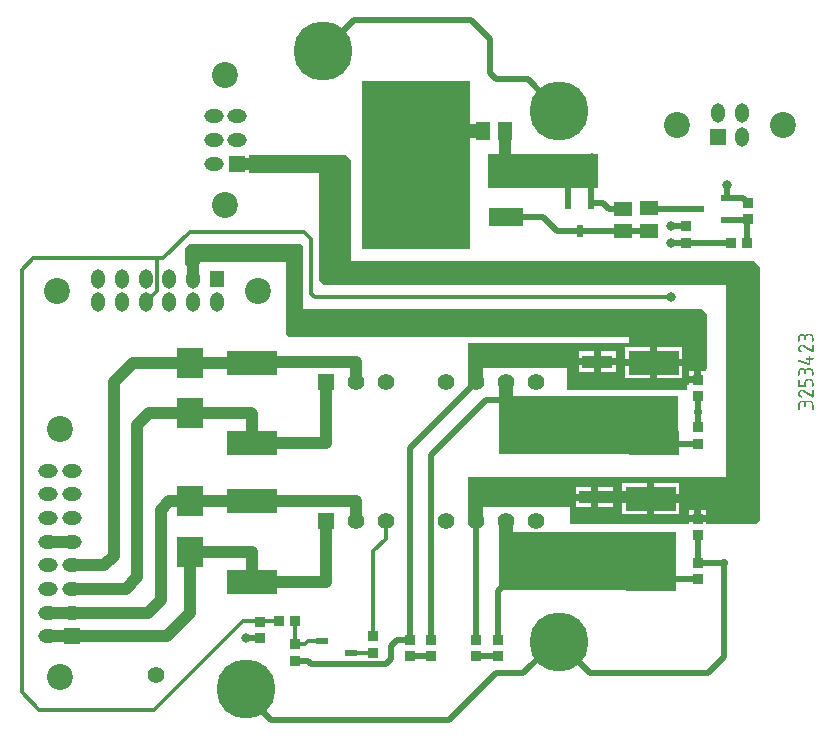
<source format=gtl>
G04 Layer_Physical_Order=1*
G04 Layer_Color=255*
%FSLAX44Y44*%
%MOMM*%
G71*
G01*
G75*
%ADD10R,0.8500X0.8500*%
%ADD11R,4.3000X2.0000*%
%ADD12R,2.3000X2.5000*%
%ADD13R,0.8500X0.8500*%
%ADD14R,1.0000X0.6000*%
%ADD15R,2.6000X1.1000*%
%ADD16R,1.5000X1.3000*%
%ADD17R,0.6000X1.0000*%
%ADD18R,1.3000X1.5000*%
%ADD19R,6.7000X6.7000*%
%ADD20R,3.0000X1.6000*%
%ADD21C,0.3000*%
%ADD22C,1.0000*%
%ADD23C,0.5000*%
%ADD24C,0.8000*%
%ADD25R,1.0000X1.3000*%
%ADD26R,1.1000X2.2500*%
%ADD27R,9.2500X14.2500*%
%ADD28R,9.3000X3.0000*%
%ADD29C,1.4000*%
%ADD30C,2.2000*%
%ADD31O,1.2000X1.6500*%
%ADD32R,1.4000X1.4000*%
%ADD33R,1.2000X1.4000*%
%ADD34R,1.4000X1.4000*%
%ADD35O,1.6500X1.2000*%
%ADD36C,5.0000*%
%ADD37C,0.8000*%
%ADD38C,0.7000*%
G36*
X682449Y335892D02*
X682717Y335868D01*
X683035Y335794D01*
X683401Y335672D01*
X683791Y335501D01*
X684182Y335257D01*
X684548Y334940D01*
X684597Y334891D01*
X684695Y334769D01*
X684841Y334549D01*
X685012Y334281D01*
X685207Y333939D01*
X685354Y333549D01*
X685451Y333109D01*
X685500Y332621D01*
Y329985D01*
Y329961D01*
Y329887D01*
X685476Y329765D01*
X685427Y329668D01*
X685329Y329546D01*
X685231Y329423D01*
X685061Y329350D01*
X684841Y329326D01*
X684743D01*
X684621Y329350D01*
X684499Y329399D01*
X684402Y329497D01*
X684280Y329594D01*
X684206Y329765D01*
X684182Y329985D01*
Y332621D01*
Y332670D01*
Y332768D01*
X684157Y332914D01*
X684109Y333109D01*
X684035Y333329D01*
X683938Y333549D01*
X683816Y333793D01*
X683621Y334012D01*
X683596Y334037D01*
X683523Y334110D01*
X683401Y334208D01*
X683230Y334305D01*
X683035Y334403D01*
X682791Y334501D01*
X682522Y334574D01*
X682229Y334598D01*
X680765D01*
X680618Y334574D01*
X680423Y334525D01*
X680228Y334452D01*
X679984Y334354D01*
X679739Y334208D01*
X679520Y334012D01*
X679495Y333988D01*
X679422Y333915D01*
X679324Y333793D01*
X679227Y333622D01*
X679129Y333427D01*
X679032Y333182D01*
X678958Y332914D01*
X678934Y332621D01*
Y331303D01*
Y331279D01*
Y331205D01*
X678910Y331083D01*
X678861Y330986D01*
X678763Y330864D01*
X678665Y330742D01*
X678494Y330668D01*
X678275Y330644D01*
X678177D01*
X678055Y330668D01*
X677933Y330717D01*
X677835Y330815D01*
X677713Y330913D01*
X677640Y331083D01*
X677616Y331303D01*
Y332621D01*
Y332670D01*
Y332768D01*
X677591Y332914D01*
X677543Y333109D01*
X677469Y333329D01*
X677372Y333549D01*
X677250Y333793D01*
X677054Y334012D01*
X677030Y334037D01*
X676957Y334110D01*
X676835Y334208D01*
X676664Y334305D01*
X676444Y334403D01*
X676200Y334501D01*
X675931Y334574D01*
X675639Y334598D01*
X675492D01*
X675346Y334574D01*
X675150Y334525D01*
X674955Y334452D01*
X674711Y334354D01*
X674467Y334208D01*
X674247Y334012D01*
X674223Y333988D01*
X674150Y333915D01*
X674052Y333793D01*
X673954Y333622D01*
X673857Y333427D01*
X673759Y333182D01*
X673686Y332914D01*
X673661Y332621D01*
Y329985D01*
Y329961D01*
Y329887D01*
X673637Y329765D01*
X673588Y329668D01*
X673491Y329546D01*
X673393Y329423D01*
X673222Y329350D01*
X673002Y329326D01*
X672905D01*
X672783Y329350D01*
X672661Y329399D01*
X672563Y329497D01*
X672441Y329594D01*
X672368Y329765D01*
X672343Y329985D01*
Y332621D01*
Y332645D01*
Y332694D01*
Y332743D01*
X672368Y332841D01*
X672392Y333109D01*
X672465Y333427D01*
X672588Y333793D01*
X672758Y334183D01*
X673002Y334574D01*
X673320Y334940D01*
X673369Y334989D01*
X673491Y335087D01*
X673710Y335257D01*
X673979Y335428D01*
X674321Y335599D01*
X674711Y335770D01*
X675150Y335868D01*
X675639Y335916D01*
X675809D01*
X675907Y335892D01*
X676054Y335868D01*
X676225Y335843D01*
X676591Y335746D01*
X677006Y335599D01*
X677445Y335355D01*
X677665Y335209D01*
X677884Y335038D01*
X678080Y334842D01*
X678275Y334598D01*
Y334623D01*
X678324Y334647D01*
X678446Y334794D01*
X678665Y335013D01*
X678983Y335257D01*
X679349Y335501D01*
X679813Y335721D01*
X680325Y335868D01*
X680618Y335892D01*
X680911Y335916D01*
X682351D01*
X682449Y335892D01*
D02*
G37*
G36*
X685061Y326690D02*
X685158Y326641D01*
X685280Y326543D01*
X685402Y326446D01*
X685476Y326275D01*
X685500Y326055D01*
Y320783D01*
Y320758D01*
Y320685D01*
X685476Y320563D01*
X685427Y320465D01*
X685354Y320343D01*
X685231Y320221D01*
X685085Y320148D01*
X684865Y320123D01*
X684817D01*
X684743Y320148D01*
X684597Y320172D01*
X684475Y320246D01*
X676737Y325054D01*
X676713Y325079D01*
X676639Y325103D01*
X676542Y325152D01*
X676395Y325225D01*
X676225Y325298D01*
X676054Y325347D01*
X675858Y325372D01*
X675639Y325396D01*
X675492D01*
X675346Y325372D01*
X675150Y325323D01*
X674955Y325249D01*
X674711Y325152D01*
X674467Y325005D01*
X674247Y324810D01*
X674223Y324786D01*
X674150Y324712D01*
X674052Y324590D01*
X673954Y324420D01*
X673857Y324224D01*
X673759Y323980D01*
X673686Y323712D01*
X673661Y323419D01*
Y323370D01*
X673686Y323223D01*
X673759Y323004D01*
X673857Y322735D01*
X674076Y322418D01*
X674199Y322247D01*
X674369Y322076D01*
X674540Y321905D01*
X674784Y321735D01*
X675028Y321539D01*
X675321Y321368D01*
X675346D01*
X675370Y321344D01*
X675468Y321222D01*
X675590Y321051D01*
X675614Y320929D01*
X675639Y320783D01*
Y320758D01*
Y320685D01*
X675614Y320563D01*
X675565Y320465D01*
X675468Y320343D01*
X675370Y320221D01*
X675199Y320148D01*
X674980Y320123D01*
X674882D01*
X674809Y320148D01*
X674711Y320197D01*
X674687Y320221D01*
X674613Y320246D01*
X674491Y320319D01*
X674345Y320416D01*
X674150Y320538D01*
X673954Y320685D01*
X673759Y320856D01*
X673515Y321051D01*
X673100Y321515D01*
X672880Y321783D01*
X672710Y322076D01*
X672563Y322369D01*
X672441Y322711D01*
X672368Y323053D01*
X672343Y323419D01*
Y323443D01*
Y323492D01*
Y323541D01*
X672368Y323638D01*
X672392Y323907D01*
X672465Y324224D01*
X672588Y324590D01*
X672758Y324981D01*
X673002Y325372D01*
X673320Y325738D01*
X673369Y325787D01*
X673491Y325884D01*
X673686Y326055D01*
X673954Y326226D01*
X674296Y326397D01*
X674687Y326568D01*
X675150Y326665D01*
X675639Y326714D01*
X675809D01*
X675980Y326690D01*
X676225Y326641D01*
X676517Y326568D01*
X676835Y326446D01*
X677176Y326299D01*
X677543Y326104D01*
X684182Y321979D01*
Y326055D01*
Y326079D01*
Y326153D01*
X684206Y326275D01*
X684255Y326397D01*
X684353Y326494D01*
X684450Y326616D01*
X684621Y326690D01*
X684841Y326714D01*
X684939D01*
X685061Y326690D01*
D02*
G37*
G36*
X431000Y168000D02*
X569000Y168000D01*
X569000Y119000D01*
X419000Y119000D01*
Y177500D01*
X431000D01*
X431000Y168000D01*
D02*
G37*
G36*
X289267Y487000D02*
X294000Y482267D01*
X294000Y398000D01*
X634290D01*
X640000Y392290D01*
X640000Y178000D01*
X637000Y175000D01*
X594750D01*
Y176500D01*
X580250D01*
Y175000D01*
X479000D01*
Y189500D01*
X406000D01*
Y177500D01*
X393000Y177500D01*
Y215000D01*
X479000Y215000D01*
Y215000D01*
X611000Y215000D01*
X611000Y377000D01*
X270671Y377000D01*
X267000Y380671D01*
Y472000D01*
X207500Y472000D01*
Y477000D01*
X197500D01*
Y483000D01*
X207500D01*
Y487000D01*
X289267Y487000D01*
D02*
G37*
G36*
X431000Y283000D02*
X571000Y283000D01*
X571000Y234000D01*
X419000Y234000D01*
X419000Y295000D01*
X431000D01*
Y283000D01*
D02*
G37*
G36*
X682424Y317463D02*
X682522Y317414D01*
X682644Y317316D01*
X682766Y317219D01*
X682839Y317048D01*
X682864Y316828D01*
Y315534D01*
X684939D01*
X685061Y315510D01*
X685158Y315461D01*
X685280Y315364D01*
X685402Y315266D01*
X685476Y315095D01*
X685500Y314876D01*
Y314851D01*
Y314778D01*
X685476Y314656D01*
X685427Y314558D01*
X685329Y314436D01*
X685231Y314314D01*
X685061Y314241D01*
X684841Y314216D01*
X682864D01*
Y310262D01*
Y310238D01*
Y310165D01*
X682839Y310042D01*
X682791Y309945D01*
X682717Y309823D01*
X682595Y309701D01*
X682449Y309627D01*
X682229Y309603D01*
X682156D01*
X682034Y309627D01*
X672831Y312264D01*
X672807D01*
X672758Y312288D01*
X672588Y312386D01*
X672490Y312483D01*
X672417Y312581D01*
X672368Y312728D01*
X672343Y312898D01*
Y312923D01*
Y312996D01*
X672368Y313118D01*
X672417Y313240D01*
X672514Y313338D01*
X672612Y313460D01*
X672783Y313533D01*
X673002Y313557D01*
X673051D01*
X673198Y313509D01*
X681546Y311116D01*
Y314216D01*
X679495D01*
X679373Y314241D01*
X679251Y314290D01*
X679154Y314387D01*
X679032Y314485D01*
X678958Y314656D01*
X678934Y314876D01*
Y314900D01*
Y314973D01*
X678958Y315095D01*
X679007Y315217D01*
X679105Y315315D01*
X679202Y315437D01*
X679373Y315510D01*
X679593Y315534D01*
X681546D01*
Y316828D01*
Y316853D01*
Y316926D01*
X681570Y317048D01*
X681619Y317170D01*
X681717Y317268D01*
X681814Y317390D01*
X681985Y317463D01*
X682205Y317487D01*
X682302D01*
X682424Y317463D01*
D02*
G37*
G36*
X682449Y279360D02*
X682717Y279335D01*
X683035Y279262D01*
X683401Y279140D01*
X683791Y278969D01*
X684182Y278725D01*
X684548Y278408D01*
X684597Y278359D01*
X684695Y278237D01*
X684841Y278042D01*
X685012Y277773D01*
X685207Y277432D01*
X685354Y277041D01*
X685451Y276577D01*
X685500Y276089D01*
Y272135D01*
Y272110D01*
Y272037D01*
X685476Y271915D01*
X685427Y271817D01*
X685329Y271695D01*
X685231Y271573D01*
X685061Y271500D01*
X684841Y271476D01*
X684743D01*
X684621Y271500D01*
X684499Y271549D01*
X684402Y271646D01*
X684280Y271744D01*
X684206Y271915D01*
X684182Y272135D01*
Y276089D01*
Y276138D01*
Y276235D01*
X684157Y276382D01*
X684109Y276577D01*
X684035Y276797D01*
X683938Y277017D01*
X683816Y277261D01*
X683621Y277480D01*
X683596Y277505D01*
X683523Y277578D01*
X683401Y277676D01*
X683230Y277773D01*
X683035Y277871D01*
X682791Y277969D01*
X682522Y278042D01*
X682229Y278066D01*
X678934D01*
Y274771D01*
Y274746D01*
Y274673D01*
X678910Y274551D01*
X678861Y274454D01*
X678763Y274331D01*
X678665Y274209D01*
X678494Y274136D01*
X678275Y274112D01*
X678177D01*
X678055Y274136D01*
X677933Y274185D01*
X677835Y274283D01*
X677713Y274380D01*
X677640Y274551D01*
X677616Y274771D01*
Y278066D01*
X675492D01*
X675346Y278042D01*
X675150Y277993D01*
X674955Y277920D01*
X674711Y277822D01*
X674467Y277676D01*
X674247Y277480D01*
X674223Y277456D01*
X674150Y277383D01*
X674052Y277261D01*
X673954Y277090D01*
X673857Y276894D01*
X673759Y276650D01*
X673686Y276382D01*
X673661Y276089D01*
Y272135D01*
Y272110D01*
Y272037D01*
X673637Y271915D01*
X673588Y271817D01*
X673491Y271695D01*
X673393Y271573D01*
X673222Y271500D01*
X673002Y271476D01*
X672905D01*
X672783Y271500D01*
X672661Y271549D01*
X672563Y271646D01*
X672441Y271744D01*
X672368Y271915D01*
X672343Y272135D01*
Y276089D01*
Y276113D01*
Y276162D01*
Y276211D01*
X672368Y276309D01*
X672392Y276577D01*
X672465Y276894D01*
X672563Y277261D01*
X672734Y277651D01*
X672978Y278042D01*
X673295Y278408D01*
X673344Y278457D01*
X673466Y278554D01*
X673661Y278725D01*
X673954Y278896D01*
X674296Y279067D01*
X674687Y279238D01*
X675126Y279335D01*
X675639Y279384D01*
X682351D01*
X682449Y279360D01*
D02*
G37*
G36*
X253000Y409966D02*
X253000Y357000D01*
X591058Y357000D01*
X595000Y353058D01*
X595000Y307146D01*
X594750Y304250D01*
X590500D01*
Y297000D01*
X587500D01*
Y294000D01*
X580250D01*
Y292250D01*
X578250D01*
Y288000D01*
X571492D01*
X571000Y288098D01*
X477000Y288098D01*
Y307000D01*
X406000Y307000D01*
Y295000D01*
X393000D01*
X393000Y328000D01*
X477000Y328000D01*
Y328000D01*
X529000D01*
X529000Y333000D01*
X241549Y333000D01*
X239000Y335549D01*
X239000Y397000D01*
X166000Y397000D01*
Y394899D01*
X163000Y393330D01*
Y382500D01*
X157000D01*
Y393330D01*
X156488Y393228D01*
X156000Y392901D01*
X153000Y394505D01*
X153000Y408628D01*
X156372Y412000D01*
X250966Y412000D01*
X253000Y409966D01*
D02*
G37*
G36*
X685061Y288562D02*
X685158Y288513D01*
X685280Y288416D01*
X685402Y288318D01*
X685476Y288147D01*
X685500Y287927D01*
Y282655D01*
Y282631D01*
Y282557D01*
X685476Y282435D01*
X685427Y282338D01*
X685354Y282216D01*
X685231Y282094D01*
X685085Y282020D01*
X684865Y281996D01*
X684817D01*
X684743Y282020D01*
X684597Y282045D01*
X684475Y282118D01*
X676737Y286927D01*
X676713Y286951D01*
X676639Y286975D01*
X676542Y287024D01*
X676395Y287098D01*
X676225Y287171D01*
X676054Y287220D01*
X675858Y287244D01*
X675639Y287269D01*
X675492D01*
X675346Y287244D01*
X675150Y287195D01*
X674955Y287122D01*
X674711Y287024D01*
X674467Y286878D01*
X674247Y286683D01*
X674223Y286658D01*
X674150Y286585D01*
X674052Y286463D01*
X673954Y286292D01*
X673857Y286097D01*
X673759Y285853D01*
X673686Y285584D01*
X673661Y285291D01*
Y285243D01*
X673686Y285096D01*
X673759Y284876D01*
X673857Y284608D01*
X674076Y284291D01*
X674199Y284120D01*
X674369Y283949D01*
X674540Y283778D01*
X674784Y283607D01*
X675028Y283412D01*
X675321Y283241D01*
X675346D01*
X675370Y283216D01*
X675468Y283095D01*
X675590Y282924D01*
X675614Y282801D01*
X675639Y282655D01*
Y282631D01*
Y282557D01*
X675614Y282435D01*
X675565Y282338D01*
X675468Y282216D01*
X675370Y282094D01*
X675199Y282020D01*
X674980Y281996D01*
X674882D01*
X674809Y282020D01*
X674711Y282069D01*
X674687Y282094D01*
X674613Y282118D01*
X674491Y282191D01*
X674345Y282289D01*
X674150Y282411D01*
X673954Y282557D01*
X673759Y282728D01*
X673515Y282924D01*
X673100Y283387D01*
X672880Y283656D01*
X672710Y283949D01*
X672563Y284242D01*
X672441Y284583D01*
X672368Y284925D01*
X672343Y285291D01*
Y285316D01*
Y285364D01*
Y285413D01*
X672368Y285511D01*
X672392Y285779D01*
X672465Y286097D01*
X672588Y286463D01*
X672758Y286854D01*
X673002Y287244D01*
X673320Y287610D01*
X673369Y287659D01*
X673491Y287757D01*
X673686Y287927D01*
X673954Y288098D01*
X674296Y288269D01*
X674687Y288440D01*
X675150Y288538D01*
X675639Y288587D01*
X675809D01*
X675980Y288562D01*
X676225Y288513D01*
X676517Y288440D01*
X676835Y288318D01*
X677176Y288172D01*
X677543Y287976D01*
X684182Y283851D01*
Y287927D01*
Y287952D01*
Y288025D01*
X684206Y288147D01*
X684255Y288269D01*
X684353Y288367D01*
X684450Y288489D01*
X684621Y288562D01*
X684841Y288587D01*
X684939D01*
X685061Y288562D01*
D02*
G37*
G36*
X682449Y306967D02*
X682717Y306942D01*
X683035Y306869D01*
X683401Y306747D01*
X683791Y306576D01*
X684182Y306332D01*
X684548Y306015D01*
X684597Y305966D01*
X684695Y305844D01*
X684841Y305624D01*
X685012Y305356D01*
X685207Y305014D01*
X685354Y304624D01*
X685451Y304184D01*
X685500Y303696D01*
Y301060D01*
Y301035D01*
Y300962D01*
X685476Y300840D01*
X685427Y300742D01*
X685329Y300620D01*
X685231Y300498D01*
X685061Y300425D01*
X684841Y300401D01*
X684743D01*
X684621Y300425D01*
X684499Y300474D01*
X684402Y300572D01*
X684280Y300669D01*
X684206Y300840D01*
X684182Y301060D01*
Y303696D01*
Y303745D01*
Y303842D01*
X684157Y303989D01*
X684109Y304184D01*
X684035Y304404D01*
X683938Y304624D01*
X683816Y304868D01*
X683621Y305087D01*
X683596Y305112D01*
X683523Y305185D01*
X683401Y305283D01*
X683230Y305380D01*
X683035Y305478D01*
X682791Y305576D01*
X682522Y305649D01*
X682229Y305673D01*
X680765D01*
X680618Y305649D01*
X680423Y305600D01*
X680228Y305527D01*
X679984Y305429D01*
X679739Y305283D01*
X679520Y305087D01*
X679495Y305063D01*
X679422Y304990D01*
X679324Y304868D01*
X679227Y304697D01*
X679129Y304501D01*
X679032Y304257D01*
X678958Y303989D01*
X678934Y303696D01*
Y302378D01*
Y302353D01*
Y302280D01*
X678910Y302158D01*
X678861Y302061D01*
X678763Y301938D01*
X678665Y301817D01*
X678494Y301743D01*
X678275Y301719D01*
X678177D01*
X678055Y301743D01*
X677933Y301792D01*
X677835Y301890D01*
X677713Y301987D01*
X677640Y302158D01*
X677616Y302378D01*
Y303696D01*
Y303745D01*
Y303842D01*
X677591Y303989D01*
X677543Y304184D01*
X677469Y304404D01*
X677372Y304624D01*
X677250Y304868D01*
X677054Y305087D01*
X677030Y305112D01*
X676957Y305185D01*
X676835Y305283D01*
X676664Y305380D01*
X676444Y305478D01*
X676200Y305576D01*
X675931Y305649D01*
X675639Y305673D01*
X675492D01*
X675346Y305649D01*
X675150Y305600D01*
X674955Y305527D01*
X674711Y305429D01*
X674467Y305283D01*
X674247Y305087D01*
X674223Y305063D01*
X674150Y304990D01*
X674052Y304868D01*
X673954Y304697D01*
X673857Y304501D01*
X673759Y304257D01*
X673686Y303989D01*
X673661Y303696D01*
Y301060D01*
Y301035D01*
Y300962D01*
X673637Y300840D01*
X673588Y300742D01*
X673491Y300620D01*
X673393Y300498D01*
X673222Y300425D01*
X673002Y300401D01*
X672905D01*
X672783Y300425D01*
X672661Y300474D01*
X672563Y300572D01*
X672441Y300669D01*
X672368Y300840D01*
X672343Y301060D01*
Y303696D01*
Y303720D01*
Y303769D01*
Y303818D01*
X672368Y303916D01*
X672392Y304184D01*
X672465Y304501D01*
X672588Y304868D01*
X672758Y305258D01*
X673002Y305649D01*
X673320Y306015D01*
X673369Y306064D01*
X673491Y306161D01*
X673710Y306332D01*
X673979Y306503D01*
X674321Y306674D01*
X674711Y306845D01*
X675150Y306942D01*
X675639Y306991D01*
X675809D01*
X675907Y306967D01*
X676054Y306942D01*
X676225Y306918D01*
X676591Y306820D01*
X677006Y306674D01*
X677445Y306430D01*
X677665Y306283D01*
X677884Y306112D01*
X678080Y305917D01*
X678275Y305673D01*
Y305698D01*
X678324Y305722D01*
X678446Y305868D01*
X678665Y306088D01*
X678983Y306332D01*
X679349Y306576D01*
X679813Y306796D01*
X680325Y306942D01*
X680618Y306967D01*
X680911Y306991D01*
X682351D01*
X682449Y306967D01*
D02*
G37*
G36*
Y297764D02*
X682717Y297740D01*
X683035Y297667D01*
X683401Y297545D01*
X683791Y297374D01*
X684182Y297130D01*
X684548Y296812D01*
X684597Y296764D01*
X684695Y296642D01*
X684841Y296422D01*
X685012Y296154D01*
X685207Y295812D01*
X685354Y295421D01*
X685451Y294982D01*
X685500Y294494D01*
Y291857D01*
Y291833D01*
Y291760D01*
X685476Y291662D01*
X685427Y291540D01*
X685329Y291418D01*
X685231Y291320D01*
X685061Y291247D01*
X684841Y291223D01*
X684743D01*
X684621Y291247D01*
X684499Y291296D01*
X684402Y291369D01*
X684280Y291491D01*
X684206Y291638D01*
X684182Y291857D01*
Y294494D01*
Y294543D01*
Y294640D01*
X684157Y294787D01*
X684109Y294982D01*
X684035Y295201D01*
X683938Y295421D01*
X683816Y295665D01*
X683621Y295885D01*
X683596Y295909D01*
X683523Y295983D01*
X683401Y296080D01*
X683230Y296178D01*
X683035Y296276D01*
X682791Y296373D01*
X682522Y296446D01*
X682229Y296471D01*
X680765D01*
X680618Y296446D01*
X680423Y296398D01*
X680228Y296324D01*
X679984Y296227D01*
X679739Y296080D01*
X679520Y295885D01*
X679495Y295861D01*
X679422Y295787D01*
X679324Y295665D01*
X679227Y295494D01*
X679129Y295299D01*
X679032Y295055D01*
X678958Y294787D01*
X678934Y294494D01*
Y291857D01*
Y291833D01*
Y291760D01*
X678910Y291662D01*
X678861Y291540D01*
X678763Y291418D01*
X678665Y291320D01*
X678494Y291247D01*
X678275Y291223D01*
X672905D01*
X672783Y291247D01*
X672661Y291296D01*
X672563Y291369D01*
X672441Y291491D01*
X672368Y291638D01*
X672343Y291857D01*
Y296471D01*
Y296495D01*
Y296568D01*
X672368Y296666D01*
X672417Y296788D01*
X672514Y296910D01*
X672612Y297008D01*
X672783Y297081D01*
X673002Y297106D01*
X673100D01*
X673222Y297081D01*
X673320Y297032D01*
X673442Y296959D01*
X673564Y296837D01*
X673637Y296691D01*
X673661Y296471D01*
Y292541D01*
X677616D01*
Y294494D01*
Y294518D01*
Y294567D01*
Y294616D01*
X677640Y294713D01*
X677665Y294982D01*
X677738Y295299D01*
X677860Y295665D01*
X678031Y296056D01*
X678275Y296446D01*
X678592Y296812D01*
X678641Y296861D01*
X678763Y296959D01*
X678983Y297130D01*
X679251Y297301D01*
X679593Y297472D01*
X679984Y297642D01*
X680423Y297740D01*
X680911Y297789D01*
X682351D01*
X682449Y297764D01*
D02*
G37*
%LPC*%
G36*
X572000Y193500D02*
X550500D01*
Y183500D01*
X572000D01*
Y193500D01*
D02*
G37*
G36*
X497000Y194500D02*
X484000D01*
Y189000D01*
X497000D01*
Y194500D01*
D02*
G37*
G36*
X544500Y193500D02*
X523000D01*
Y183500D01*
X544500D01*
Y193500D01*
D02*
G37*
G36*
X584500Y186750D02*
X580250D01*
Y182500D01*
X584500D01*
Y186750D01*
D02*
G37*
G36*
X594750D02*
X590500D01*
Y182500D01*
X594750D01*
Y186750D01*
D02*
G37*
G36*
X516000Y194500D02*
X503000D01*
Y189000D01*
X516000D01*
Y194500D01*
D02*
G37*
G36*
X497000Y206000D02*
X484000D01*
Y200500D01*
X497000D01*
Y206000D01*
D02*
G37*
G36*
X572000Y209500D02*
X550500D01*
Y199500D01*
X572000D01*
Y209500D01*
D02*
G37*
G36*
X544500D02*
X523000D01*
Y199500D01*
X544500D01*
Y209500D01*
D02*
G37*
G36*
X516000Y206000D02*
X503000D01*
Y200500D01*
X516000D01*
Y206000D01*
D02*
G37*
G36*
X547000Y324500D02*
X525500D01*
Y314500D01*
X547000D01*
Y324500D01*
D02*
G37*
G36*
X518500Y309500D02*
X505500D01*
Y304000D01*
X518500D01*
Y309500D01*
D02*
G37*
G36*
X499500D02*
X486500D01*
Y304000D01*
X499500D01*
Y309500D01*
D02*
G37*
G36*
X518500Y321000D02*
X505500D01*
Y315500D01*
X518500D01*
Y321000D01*
D02*
G37*
G36*
X499500D02*
X486500D01*
Y315500D01*
X499500D01*
Y321000D01*
D02*
G37*
G36*
X574500Y324500D02*
X553000D01*
Y314500D01*
X574500D01*
Y324500D01*
D02*
G37*
G36*
X584500Y304250D02*
X580250D01*
Y300000D01*
X584500D01*
Y304250D01*
D02*
G37*
G36*
X574500Y308500D02*
X553000D01*
Y298500D01*
X574500D01*
Y308500D01*
D02*
G37*
G36*
X547000D02*
X525500D01*
Y298500D01*
X547000D01*
Y308500D01*
D02*
G37*
%LPD*%
D10*
X217081Y92000D02*
D03*
Y78000D02*
D03*
X577500Y413000D02*
D03*
Y427000D02*
D03*
X246581Y73000D02*
D03*
Y59000D02*
D03*
X312500Y80000D02*
D03*
Y66000D02*
D03*
X361600Y77000D02*
D03*
Y63000D02*
D03*
X344100Y77000D02*
D03*
Y63000D02*
D03*
X418000Y63000D02*
D03*
Y77000D02*
D03*
X399500Y77000D02*
D03*
Y63000D02*
D03*
X587500Y142000D02*
D03*
Y128000D02*
D03*
Y179500D02*
D03*
Y165500D02*
D03*
Y257000D02*
D03*
Y243000D02*
D03*
Y297000D02*
D03*
Y283000D02*
D03*
X630000Y433000D02*
D03*
Y447000D02*
D03*
D11*
X210000Y194000D02*
D03*
Y126000D02*
D03*
Y311500D02*
D03*
Y243500D02*
D03*
X547500Y128500D02*
D03*
Y196500D02*
D03*
X550000Y243500D02*
D03*
Y311500D02*
D03*
D12*
X157500D02*
D03*
Y268500D02*
D03*
Y194000D02*
D03*
Y151000D02*
D03*
D13*
X232581Y92500D02*
D03*
X246581D02*
D03*
X629500Y412500D02*
D03*
X615500D02*
D03*
D14*
X269581Y75500D02*
D03*
Y56500D02*
D03*
X293581Y66000D02*
D03*
X612058Y432277D02*
D03*
Y451278D02*
D03*
X588058Y441777D02*
D03*
D15*
X500000Y197500D02*
D03*
Y162500D02*
D03*
X502500Y312500D02*
D03*
Y277500D02*
D03*
D16*
X546500Y442122D02*
D03*
Y423122D02*
D03*
X524000Y423022D02*
D03*
Y442022D02*
D03*
D17*
X497000Y447000D02*
D03*
X478000D02*
D03*
X487500Y423000D02*
D03*
D18*
X405500Y507500D02*
D03*
X424500D02*
D03*
D19*
X360000Y457500D02*
D03*
D20*
X425000Y480400D02*
D03*
Y434600D02*
D03*
D21*
X135000Y400000D02*
X157317Y422317D01*
X130000Y400000D02*
X135000D01*
X130000Y372500D02*
Y400000D01*
X157317Y422317D02*
X254000D01*
X25000Y400000D02*
X130000D01*
X120000Y362500D02*
X130000Y372500D01*
X263000Y367000D02*
X565000D01*
X260000Y370000D02*
X263000Y367000D01*
X260000Y370000D02*
Y416317D01*
X254000Y422317D02*
X260000Y416317D01*
X257500Y75500D02*
X269581D01*
X255000Y73000D02*
X257500Y75500D01*
X246581Y73000D02*
X255000D01*
X293581Y66000D02*
X312500D01*
X323300Y162500D02*
Y177500D01*
X312500Y151700D02*
X323300Y162500D01*
X312500Y80000D02*
Y151700D01*
X15000Y32500D02*
X30000Y17500D01*
X15000Y32500D02*
Y390000D01*
X25000Y400000D01*
X487500Y423000D02*
X487622Y423122D01*
X524000D01*
X127081Y17500D02*
X202081Y92500D01*
X232581D01*
X246581Y73000D02*
Y92500D01*
X30000Y17500D02*
X127081D01*
D22*
X160000Y382500D02*
Y398000D01*
X197500Y480000D02*
X212833D01*
X113000Y259000D02*
X122500Y268500D01*
X113000Y130000D02*
Y259000D01*
X93000Y295000D02*
X109500Y311500D01*
X93000Y148000D02*
Y295000D01*
X140000Y194000D02*
X157500D01*
X133000Y187000D02*
X140000Y194000D01*
X133000Y111000D02*
Y187000D01*
X109500Y311500D02*
X157500D01*
Y99500D02*
Y151000D01*
X138000Y80000D02*
X157500Y99500D01*
X57500Y80000D02*
X138000D01*
X103000Y120000D02*
X113000Y130000D01*
X57500Y120000D02*
X103000D01*
X85000Y140000D02*
X93000Y148000D01*
X57500Y140000D02*
X85000D01*
X122000Y100000D02*
X133000Y111000D01*
X57500Y100000D02*
X122000D01*
X122500Y268500D02*
X157500D01*
X272500Y126000D02*
Y177500D01*
X210000Y126000D02*
X272500D01*
Y243500D02*
Y295000D01*
X210000Y243500D02*
X272500D01*
X210000Y126000D02*
Y151000D01*
X157500D02*
X210000D01*
Y243500D02*
Y268000D01*
X209500Y268500D02*
X210000Y268000D01*
X157500Y268500D02*
X209500D01*
X297900Y295000D02*
Y312000D01*
X210000D02*
X297900D01*
Y177500D02*
Y194500D01*
X210000D02*
X297900D01*
X210000Y311500D02*
Y312000D01*
X37500Y160000D02*
X57500D01*
X546500Y197500D02*
X547500Y196500D01*
X500000Y197500D02*
X546500D01*
X210000Y194000D02*
Y194500D01*
X210000Y194000D02*
X210000Y194000D01*
X157500Y194000D02*
X210000D01*
X157500Y311500D02*
X210000D01*
X37500Y100000D02*
X57500D01*
X37500Y80000D02*
X57500D01*
D23*
X565000Y413000D02*
X577500D01*
X565000Y427500D02*
X577000D01*
X577500Y427000D01*
X497000Y463500D02*
X498000Y464500D01*
X497000Y447000D02*
Y463500D01*
X408000Y280000D02*
X431000D01*
X361600Y233600D02*
X408000Y280000D01*
X361600Y77000D02*
Y233600D01*
X416479Y48500D02*
X439833D01*
X376646Y8666D02*
X416479Y48500D01*
X418000Y118000D02*
X424000Y124000D01*
X418000Y77000D02*
Y118000D01*
X399500Y63000D02*
X418000D01*
X344100D02*
X361600D01*
X443500Y551500D02*
X470000Y525000D01*
X416479Y551500D02*
X443500D01*
X411500Y556479D02*
X416479Y551500D01*
X411500Y556479D02*
Y585500D01*
X395500Y601500D02*
X411500Y585500D01*
X296500Y601500D02*
X395500D01*
X270000Y575000D02*
X296500Y601500D01*
X610000Y62021D02*
Y142000D01*
X596479Y48500D02*
X610000Y62021D01*
X496500Y48500D02*
X596479D01*
X470000Y75000D02*
X496500Y48500D01*
X226334Y8666D02*
X376646D01*
X205000Y30000D02*
X226334Y8666D01*
X205000Y30000D02*
Y35000D01*
X466334Y75000D02*
X470000D01*
X439833Y48500D02*
X466334Y75000D01*
X550500Y243000D02*
X587500D01*
Y142000D02*
Y165500D01*
X548000Y128000D02*
X587500D01*
X399500Y77000D02*
Y177500D01*
Y76081D02*
Y77000D01*
X246581Y59000D02*
X257500D01*
X260000Y56500D01*
X269581D01*
X323300D01*
X327500Y60700D01*
Y71500D01*
X333000Y77000D01*
X344100D01*
Y239600D02*
X399500Y295000D01*
X344100Y77000D02*
Y239600D01*
X399500Y177500D02*
X399500Y177500D01*
X587500Y257000D02*
Y270000D01*
Y283000D01*
X587500Y142000D02*
X610000D01*
X612058Y432277D02*
X629278D01*
X612058Y451278D02*
Y461611D01*
X478000Y447000D02*
Y464500D01*
X523978Y423000D02*
X524000Y423022D01*
X456422Y434600D02*
X468022Y423000D01*
X425000Y434600D02*
X456422D01*
X468022Y423000D02*
X487500D01*
X523978D01*
X546400Y423022D02*
X546500Y423122D01*
X524000Y423022D02*
X546400D01*
X578000Y412500D02*
X615500D01*
X629500D02*
Y432500D01*
X612058Y451278D02*
X625722D01*
X630000Y447000D01*
X497000Y447000D02*
X507277D01*
X512255Y442022D01*
X524000D01*
X546845Y441777D02*
X588058D01*
X217081Y78000D02*
X217081Y78000D01*
X204581Y78000D02*
X217081D01*
D24*
X547500Y128500D02*
X548500Y129500D01*
X547500Y196500D02*
X548000Y197000D01*
X587500D01*
D25*
X398000Y507500D02*
D03*
D26*
X424500Y496250D02*
D03*
D27*
X348750Y478750D02*
D03*
D28*
X456500Y474000D02*
D03*
D29*
X129000Y47000D02*
D03*
X450300Y177500D02*
D03*
X424900D02*
D03*
X399500D02*
D03*
X374100D02*
D03*
X323300D02*
D03*
X297900D02*
D03*
X450300Y295000D02*
D03*
X424900D02*
D03*
X399500D02*
D03*
X374100D02*
D03*
X323300D02*
D03*
X297900D02*
D03*
D30*
X660000Y512500D02*
D03*
X570000D02*
D03*
X215000Y372500D02*
D03*
X45000D02*
D03*
X187500Y445000D02*
D03*
Y555000D02*
D03*
X47500Y45000D02*
D03*
Y255000D02*
D03*
D31*
X625000Y522500D02*
D03*
Y502500D02*
D03*
X605000Y522500D02*
D03*
X100000Y362500D02*
D03*
X80000Y382500D02*
D03*
Y362500D02*
D03*
X180000D02*
D03*
X160000Y382500D02*
D03*
Y362500D02*
D03*
X140000Y382500D02*
D03*
Y362500D02*
D03*
X120000Y382500D02*
D03*
Y362500D02*
D03*
X100000Y382500D02*
D03*
D32*
X605000Y502500D02*
D03*
D33*
X180000Y382500D02*
D03*
D34*
X272500Y177500D02*
D03*
Y295000D02*
D03*
X197500Y480000D02*
D03*
X57500Y80000D02*
D03*
D35*
X177500Y480000D02*
D03*
X197500Y500000D02*
D03*
X177500D02*
D03*
X197500Y520000D02*
D03*
X177500D02*
D03*
X57500Y160000D02*
D03*
X37500Y140000D02*
D03*
X57500D02*
D03*
X37500Y120000D02*
D03*
X57500D02*
D03*
X37500Y100000D02*
D03*
X57500D02*
D03*
X37500Y80000D02*
D03*
Y220000D02*
D03*
X57500D02*
D03*
X37500Y200000D02*
D03*
X57500D02*
D03*
X37500Y180000D02*
D03*
X57500D02*
D03*
X37500Y160000D02*
D03*
D36*
X470000Y75000D02*
D03*
X270000Y575000D02*
D03*
X470000Y525000D02*
D03*
X205000Y35000D02*
D03*
D37*
X565000Y413000D02*
D03*
Y427500D02*
D03*
X565000Y367000D02*
D03*
X317500Y502500D02*
D03*
X327500D02*
D03*
X337500D02*
D03*
X347500D02*
D03*
X357500D02*
D03*
X367500D02*
D03*
X377500D02*
D03*
X387500D02*
D03*
X478000Y484000D02*
D03*
Y474500D02*
D03*
Y464500D02*
D03*
X488000Y484000D02*
D03*
Y474500D02*
D03*
Y464500D02*
D03*
X498000Y484500D02*
D03*
Y474500D02*
D03*
Y464500D02*
D03*
X468000Y464000D02*
D03*
Y474000D02*
D03*
Y484000D02*
D03*
X458000Y464000D02*
D03*
Y474000D02*
D03*
Y483500D02*
D03*
X448000Y464000D02*
D03*
Y474000D02*
D03*
Y483500D02*
D03*
X307725Y502500D02*
D03*
Y412500D02*
D03*
X387500D02*
D03*
X377500D02*
D03*
X367500D02*
D03*
X357500D02*
D03*
X347500D02*
D03*
X337500D02*
D03*
X327500D02*
D03*
X317500D02*
D03*
X307725Y490656D02*
D03*
Y452567D02*
D03*
Y443045D02*
D03*
Y433522D02*
D03*
Y424000D02*
D03*
Y471611D02*
D03*
Y462089D02*
D03*
Y481133D02*
D03*
X612058Y461611D02*
D03*
X204581Y78000D02*
D03*
D38*
X610000Y142000D02*
D03*
X587500Y270000D02*
D03*
M02*

</source>
